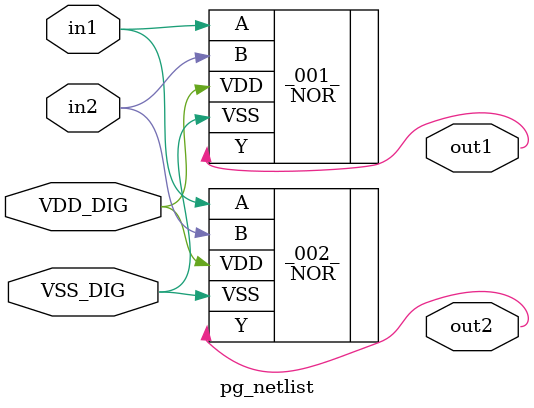
<source format=v>

module pg_netlist(in1, in2, out1, out2, VDD_DIG, VSS_DIG);
  input in1;
  input in2;
  
  output out1;
  output out2;

  input VDD_DIG;
  input VSS_DIG;

  NOR _001_ (
    .A(in1),
    .B(in2),
    .Y(out1),
    .VDD(VDD_DIG),
    .VSS(VSS_DIG)
  );
  
  NOR _002_ (
    .A(in1),
    .B(in2),
    .Y(out2),
    .VDD(VDD_DIG),
    .VSS(VSS_DIG)
  );

endmodule

</source>
